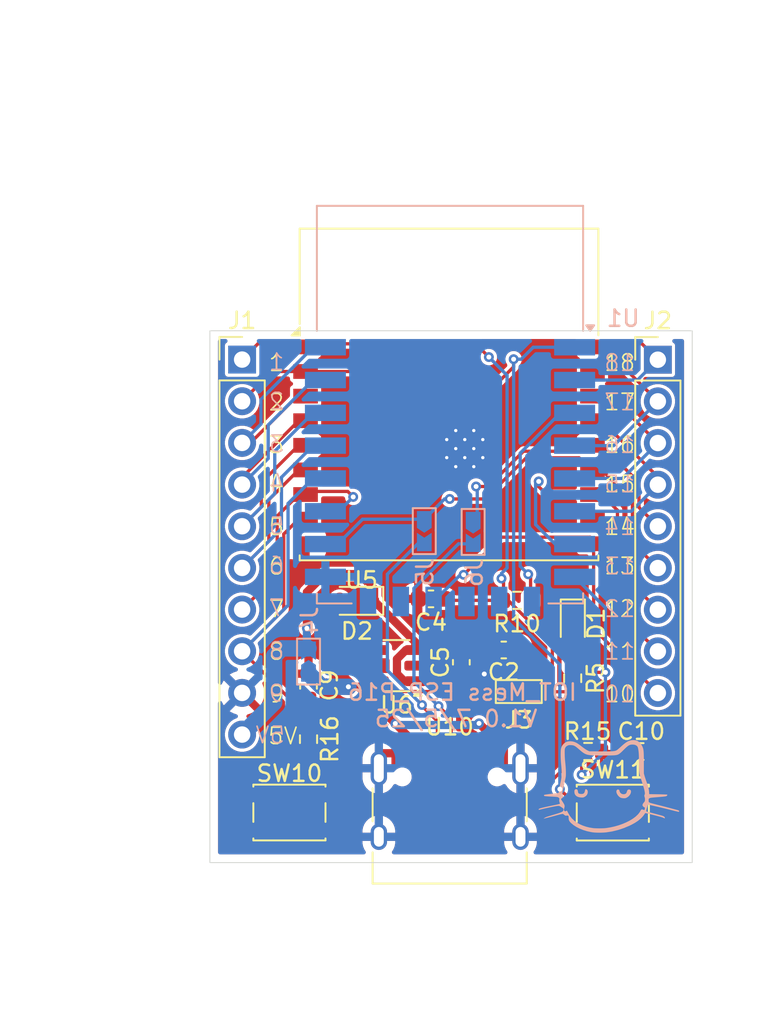
<source format=kicad_pcb>
(kicad_pcb (version 20241229) (generator "pcbnew") (generator_version "9.0")
  (layers (0 "F.Cu" signal) (2 "B.Cu" signal) (13 "F.Paste" user) (15 "B.Paste" user) (5 "F.SilkS" user "F.Silkscreen") (7 "B.SilkS" user "B.Silkscreen") (1 "F.Mask" user) (3 "B.Mask" user) (25 "Edge.Cuts" user))
  (net 0 "")
  (net 1 "5V")
  (net 2 "BOOT")
  (net 3 "Net-(D1-A)")
  (net 4 "Net-(D2-A)")
  (net 10 "D+")
  (net 11 "D-")
  (net 17 "P9")
  (net 18 "P16")
  (net 19 "P15")
  (net 20 "P1")
  (net 21 "P3")
  (net 22 "P4")
  (net 23 "P7")
  (net 24 "P2")
  (net 25 "Net-(U1-EN)")
  (net 26 "P10")
  (net 27 "P11")
  (net 28 "P18")
  (net 29 "P17")
  (net 30 "P12")
  (net 31 "P6")
  (net 32 "P5")
  (net 33 "Net-(J3-B)")
  (net 34 "P14")
  (net 35 "P13")
  (footprint "Resistor_SMD:R_0603_1608Metric" (layer "F.Cu") (at 139.22 98.7 180)
    (property "Reference" "R10" (at 0 -1.43 180) (layer "F.SilkS"))
    (property "Value" "10K")
    (pad "1" smd roundrect (at -0.825 0 180) (size 0.8 0.95) (layers "F.Cu" "F.Mask" "F.Paste") (net 25 "Net-(U1-EN)"))
    (pad "2" smd roundrect (at 0.825 0 180) (size 0.8 0.95) (layers "F.Cu" "F.Mask" "F.Paste") (net 20 "P1"))
  )
  (footprint "IOT-Mess-Footprints:Jumpper-triangle" (layer "F.Cu") (at 139.325001 104.26 180)
    (property "Reference" "J3" (at 0 -1.74 0) (layer "F.SilkS"))
    (property "Value" "Jumper_2")
    (pad "1" smd custom (at -0.724999 0 180) (size 0.3 0.3) (layers "F.Cu" "F.Mask") (net 20 "P1") (options (clearance outline) (anchor rect)) (primitives (gr_poly (pts (xy 0.825 0) (xy 0.525 0.45) (xy -0.5 0.45) (xy -0.5 -0.45) (xy 0.525 -0.45)) (width 0) (fill yes))))
    (pad "2" smd custom (at 0.724999 0 180) (size 0.3 0.3) (layers "F.Cu" "F.Mask") (net 33 "Net-(J3-B)") (options (clearance outline) (anchor rect)) (primitives (gr_poly (pts (xy 0.5 0.45) (xy -0.625 0.45) (xy -0.325 0) (xy -0.625 -0.45) (xy 0.5 -0.45)) (width 0) (fill yes))))
  )
  (footprint "Capacitor_SMD:C_0603_1608Metric" (layer "F.Cu") (at 135.82 102.475 -90)
    (property "Reference" "C5" (at 0 1.28 90) (layer "F.SilkS"))
    (property "Value" "1u")
    (pad "1" smd roundrect (at -0.775 0 270) (size 0.9 0.95) (layers "F.Cu" "F.Mask" "F.Paste") (net 1 "5V"))
    (pad "2" smd roundrect (at 0.775 0 270) (size 0.9 0.95) (layers "F.Cu" "F.Mask" "F.Paste") (net 17 "P9"))
  )
  (footprint "Package_TO_SOT_SMD:SOT-23-5" (layer "F.Cu") (at 131.87 102.68 180)
    (property "Reference" "U6" (at 0 -2.4 180) (layer "F.SilkS"))
    (property "Value" "ME6211C33M5")
    (pad "1" smd roundrect (at -1.1375 -0.949999 180) (size 1.325 0.6) (layers "F.Cu" "F.Mask" "F.Paste") (net 1 "5V"))
    (pad "2" smd roundrect (at -1.1375 0 180) (size 1.325 0.6) (layers "F.Cu" "F.Mask" "F.Paste") (net 17 "P9"))
    (pad "3" smd roundrect (at -1.1375 0.949999 180) (size 1.325 0.6) (layers "F.Cu" "F.Mask" "F.Paste") (net 1 "5V"))
    (pad "4" smd roundrect (at 1.1375 0.949999 180) (size 1.325 0.6) (layers "F.Cu" "F.Mask" "F.Paste"))
    (pad "5" smd roundrect (at 1.1375 -0.949999 180) (size 1.325 0.6) (layers "F.Cu" "F.Mask" "F.Paste") (net 33 "Net-(J3-B)"))
  )
  (footprint "Button_Switch_SMD:SW_SPST_PTS810" (layer "F.Cu") (at 125.334999 111.634998)
    (property "Reference" "SW10" (at 0 -2.384998 0) (layer "F.SilkS"))
    (property "Value" "SW_Push")
    (pad "1" smd rect (at -2.075 -1.075) (size 1.05 0.65) (layers "F.Cu" "F.Mask" "F.Paste") (net 2 "BOOT"))
    (pad "1" smd rect (at 2.075 -1.075) (size 1.05 0.65) (layers "F.Cu" "F.Mask" "F.Paste") (net 2 "BOOT"))
    (pad "2" smd rect (at -2.075 1.075) (size 1.05 0.65) (layers "F.Cu" "F.Mask" "F.Paste") (net 17 "P9"))
    (pad "2" smd rect (at 2.075 1.075) (size 1.05 0.65) (layers "F.Cu" "F.Mask" "F.Paste") (net 17 "P9"))
  )
  (footprint "Capacitor_SMD:C_0603_1608Metric" (layer "F.Cu") (at 146.795 107.915)
    (property "Reference" "C10" (at 0 -1.225 0) (layer "F.SilkS"))
    (property "Value" ".1u")
    (pad "1" smd roundrect (at -0.775 0) (size 0.9 0.95) (layers "F.Cu" "F.Mask" "F.Paste") (net 24 "P2"))
    (pad "2" smd roundrect (at 0.775 0) (size 0.9 0.95) (layers "F.Cu" "F.Mask" "F.Paste") (net 17 "P9"))
  )
  (footprint "Connector_USB:USB_C_Receptacle_HRO_TYPE-C-31-M-12" (layer "F.Cu") (at 135.109249 112.065427)
    (property "Reference" "U10" (at 0 -5.645 0) (layer "F.SilkS"))
    (property "Value" "USB_C_Receptacle_USB2.0_16P")
    (pad "" np_thru_hole circle (at -2.89 -2.6) (size 0.65 0.65) (drill 0.65) (layers "*.Cu" "*.Mask"))
    (pad "" np_thru_hole circle (at 2.89 -2.6) (size 0.65 0.65) (drill 0.65) (layers "*.Cu" "*.Mask"))
    (pad "A1" smd rect (at -3.25 -4.045) (size 0.6 1.45) (layers "F.Cu" "F.Mask" "F.Paste") (net 17 "P9"))
    (pad "A4" smd rect (at -2.45 -4.045) (size 0.6 1.45) (layers "F.Cu" "F.Mask" "F.Paste") (net 4 "Net-(D2-A)"))
    (pad "A5" smd rect (at -1.25 -4.045) (size 0.3 1.45) (layers "F.Cu" "F.Mask" "F.Paste"))
    (pad "A6" smd rect (at -0.25 -4.045) (size 0.3 1.45) (layers "F.Cu" "F.Mask" "F.Paste") (net 10 "D+"))
    (pad "A7" smd rect (at 0.25 -4.045) (size 0.3 1.45) (layers "F.Cu" "F.Mask" "F.Paste") (net 11 "D-"))
    (pad "A8" smd rect (at 1.25 -4.045) (size 0.3 1.45) (layers "F.Cu" "F.Mask" "F.Paste"))
    (pad "A9" smd rect (at 2.45 -4.045) (size 0.6 1.45) (layers "F.Cu" "F.Mask" "F.Paste") (net 4 "Net-(D2-A)"))
    (pad "A12" smd rect (at 3.25 -4.045) (size 0.6 1.45) (layers "F.Cu" "F.Mask" "F.Paste") (net 17 "P9"))
    (pad "B1" smd rect (at 3.25 -4.045) (size 0.6 1.45) (layers "F.Cu" "F.Mask" "F.Paste") (net 17 "P9"))
    (pad "B4" smd rect (at 2.45 -4.045) (size 0.6 1.45) (layers "F.Cu" "F.Mask" "F.Paste") (net 4 "Net-(D2-A)"))
    (pad "B5" smd rect (at 1.75 -4.045) (size 0.3 1.45) (layers "F.Cu" "F.Mask" "F.Paste"))
    (pad "B6" smd rect (at 0.75 -4.045) (size 0.3 1.45) (layers "F.Cu" "F.Mask" "F.Paste") (net 10 "D+"))
    (pad "B7" smd rect (at -0.75 -4.045) (size 0.3 1.45) (layers "F.Cu" "F.Mask" "F.Paste") (net 11 "D-"))
    (pad "B8" smd rect (at -1.75 -4.045) (size 0.3 1.45) (layers "F.Cu" "F.Mask" "F.Paste"))
    (pad "B9" smd rect (at -2.45 -4.045) (size 0.6 1.45) (layers "F.Cu" "F.Mask" "F.Paste") (net 4 "Net-(D2-A)"))
    (pad "B12" smd rect (at -3.25 -4.045) (size 0.6 1.45) (layers "F.Cu" "F.Mask" "F.Paste") (net 17 "P9"))
    (pad "S1" thru_hole oval (at -4.32 -3.13) (size 1 2.1) (drill oval 0.6 1.7) (property pad_prop_heatsink) (layers "*.Cu" "*.Mask") (net 17 "P9"))
    (pad "S1" thru_hole oval (at -4.32 1.05) (size 1 1.6) (drill oval 0.6 1.2) (property pad_prop_heatsink) (layers "*.Cu" "*.Mask") (net 17 "P9"))
    (pad "S1" thru_hole oval (at 4.32 -3.13) (size 1 2.1) (drill oval 0.6 1.7) (property pad_prop_heatsink) (layers "*.Cu" "*.Mask") (net 17 "P9"))
    (pad "S1" thru_hole oval (at 4.32 1.05) (size 1 1.6) (drill oval 0.6 1.2) (property pad_prop_heatsink) (layers "*.Cu" "*.Mask") (net 17 "P9"))
  )
  (footprint "Capacitor_SMD:C_0603_1608Metric" (layer "F.Cu") (at 126.500002 103.947498 90)
    (property "Reference" "C9" (at 0.067017 1.269519 90) (layer "F.SilkS"))
    (property "Value" ".1u")
    (pad "1" smd roundrect (at -0.775 0 90) (size 0.9 0.95) (layers "F.Cu" "F.Mask" "F.Paste") (net 2 "BOOT"))
    (pad "2" smd roundrect (at 0.775 0 90) (size 0.9 0.95) (layers "F.Cu" "F.Mask" "F.Paste") (net 17 "P9"))
  )
  (footprint "Resistor_SMD:R_0603_1608Metric" (layer "F.Cu") (at 143.55 107.915 180)
    (property "Reference" "R15" (at 0.03 1.225 0) (layer "F.SilkS"))
    (property "Value" "10K")
    (pad "1" smd roundrect (at -0.825 0 180) (size 0.8 0.95) (layers "F.Cu" "F.Mask" "F.Paste") (net 24 "P2"))
    (pad "2" smd roundrect (at 0.825 0 180) (size 0.8 0.95) (layers "F.Cu" "F.Mask" "F.Paste") (net 20 "P1"))
  )
  (footprint "Resistor_SMD:R_0603_1608Metric" (layer "F.Cu") (at 126.500001 107.162498 -90)
    (property "Reference" "R16" (at -0.002018 -1.299519 90) (layer "F.SilkS"))
    (property "Value" "10K")
    (pad "1" smd roundrect (at -0.825 0 270) (size 0.8 0.95) (layers "F.Cu" "F.Mask" "F.Paste") (net 2 "BOOT"))
    (pad "2" smd roundrect (at 0.825 0 270) (size 0.8 0.95) (layers "F.Cu" "F.Mask" "F.Paste") (net 20 "P1"))
  )
  (footprint "Connector_PinHeader_2.54mm:PinHeader_1x10_P2.54mm_Vertical" (layer "F.Cu") (at 122.45 84.022844)
    (property "Reference" "J1" (at 0 -2.38 0) (layer "F.SilkS"))
    (property "Value" "Conn_01x10_Pin")
    (pad "1" thru_hole rect (at 0 0) (size 1.7 1.7) (drill 1) (layers "*.Cu" "*.Mask") (net 20 "P1"))
    (pad "2" thru_hole circle (at 0 2.54) (size 1.7 1.7) (drill 1) (layers "*.Cu" "*.Mask") (net 24 "P2"))
    (pad "3" thru_hole circle (at 0 5.08) (size 1.7 1.7) (drill 1) (layers "*.Cu" "*.Mask") (net 21 "P3"))
    (pad "4" thru_hole circle (at 0 7.62) (size 1.7 1.7) (drill 1) (layers "*.Cu" "*.Mask") (net 22 "P4"))
    (pad "5" thru_hole circle (at 0 10.16) (size 1.7 1.7) (drill 1) (layers "*.Cu" "*.Mask") (net 32 "P5"))
    (pad "6" thru_hole circle (at 0 12.7) (size 1.7 1.7) (drill 1) (layers "*.Cu" "*.Mask") (net 31 "P6"))
    (pad "7" thru_hole circle (at 0 15.24) (size 1.7 1.7) (drill 1) (layers "*.Cu" "*.Mask") (net 23 "P7"))
    (pad "8" thru_hole circle (at 0 17.78) (size 1.7 1.7) (drill 1) (layers "*.Cu" "*.Mask") (net 2 "BOOT"))
    (pad "9" thru_hole circle (at 0 20.32) (size 1.7 1.7) (drill 1) (layers "*.Cu" "*.Mask") (net 17 "P9"))
    (pad "10" thru_hole circle (at 0 22.86) (size 1.7 1.7) (drill 1) (layers "*.Cu" "*.Mask") (net 1 "5V"))
  )
  (footprint "Diode_SMD:D_SOD-323" (layer "F.Cu") (at 129.45 98.73 180)
    (property "Reference" "D2" (at 0 -1.850001 0) (layer "F.SilkS"))
    (property "Value" "1N5819WS")
    (pad "1" smd roundrect (at -1.05 0 180) (size 0.6 0.45) (layers "F.Cu" "F.Mask" "F.Paste") (net 1 "5V"))
    (pad "2" smd roundrect (at 1.05 0 180) (size 0.6 0.45) (layers "F.Cu" "F.Mask" "F.Paste") (net 4 "Net-(D2-A)"))
  )
  (footprint "Button_Switch_SMD:SW_SPST_PTS810" (layer "F.Cu") (at 145.06 111.64)
    (property "Reference" "SW11" (at 0 -2.600001 0) (layer "F.SilkS"))
    (property "Value" "SW_Push")
    (pad "1" smd rect (at -2.075 -1.075) (size 1.05 0.65) (layers "F.Cu" "F.Mask" "F.Paste") (net 24 "P2"))
    (pad "1" smd rect (at 2.075 -1.075) (size 1.05 0.65) (layers "F.Cu" "F.Mask" "F.Paste") (net 24 "P2"))
    (pad "2" smd rect (at -2.075 1.075) (size 1.05 0.65) (layers "F.Cu" "F.Mask" "F.Paste") (net 17 "P9"))
    (pad "2" smd rect (at 2.075 1.075) (size 1.05 0.65) (layers "F.Cu" "F.Mask" "F.Paste") (net 17 "P9"))
  )
  (footprint "RF_Module:ESP32-C3-WROOM-02" (layer "F.Cu") (at 135.07 89.25)
    (property "Reference" "U5" (at -5.34 8.22 180) (layer "F.SilkS"))
    (property "Value" "ESP32-C3-WROOM-02")
    (pad "1" smd rect (at -8.75 -6) (size 1.5 0.9) (layers "F.Cu" "F.Mask" "F.Paste") (net 20 "P1"))
    (pad "2" smd rect (at -8.75 -4.5) (size 1.5 0.9) (layers "F.Cu" "F.Mask" "F.Paste") (net 24 "P2"))
    (pad "3" smd rect (at -8.75 -3) (size 1.5 0.9) (layers "F.Cu" "F.Mask" "F.Paste") (net 21 "P3"))
    (pad "4" smd rect (at -8.75 -1.5) (size 1.5 0.9) (layers "F.Cu" "F.Mask" "F.Paste") (net 22 "P4"))
    (pad "5" smd rect (at -8.75 0) (size 1.5 0.9) (layers "F.Cu" "F.Mask" "F.Paste") (net 32 "P5"))
    (pad "6" smd rect (at -8.75 1.5) (size 1.5 0.9) (layers "F.Cu" "F.Mask" "F.Paste") (net 31 "P6"))
    (pad "7" smd rect (at -8.75 3) (size 1.5 0.9) (layers "F.Cu" "F.Mask" "F.Paste") (net 23 "P7"))
    (pad "8" smd rect (at -8.75 4.5) (size 1.5 0.9) (layers "F.Cu" "F.Mask" "F.Paste") (net 2 "BOOT"))
    (pad "9" smd rect (at -8.75 6) (size 1.5 0.9) (layers "F.Cu" "F.Mask" "F.Paste") (net 17 "P9"))
    (pad "10" smd rect (at 8.75 6) (size 1.5 0.9) (layers "F.Cu" "F.Mask" "F.Paste") (net 26 "P10"))
    (pad "11" smd rect (at 8.75 4.5) (size 1.5 0.9) (layers "F.Cu" "F.Mask" "F.Paste") (net 27 "P11"))
    (pad "12" smd rect (at 8.75 3) (size 1.5 0.9) (layers "F.Cu" "F.Mask" "F.Paste") (net 30 "P12"))
    (pad "13" smd rect (at 8.75 1.5) (size 1.5 0.9) (layers "F.Cu" "F.Mask" "F.Paste") (net 35 "P13"))
    (pad "14" smd rect (at 8.75 0) (size 1.5 0.9) (layers "F.Cu" "F.Mask" "F.Paste") (net 34 "P14"))
    (pad "15" smd rect (at 8.75 -1.5) (size 1.5 0.9) (layers "F.Cu" "F.Mask" "F.Paste") (net 19 "P15"))
    (pad "16" smd rect (at 8.75 -3) (size 1.5 0.9) (layers "F.Cu" "F.Mask" "F.Paste") (net 18 "P16"))
    (pad "17" smd rect (at 8.75 -4.5) (size 1.5 0.9) (layers "F.Cu" "F.Mask" "F.Paste") (net 29 "P17"))
    (pad "18" smd rect (at 8.75 -6) (size 1.5 0.9) (layers "F.Cu" "F.Mask" "F.Paste") (net 28 "P18"))
    (pad "19" thru_hole circle (at -0.14 -0.349999) (size 0.6 0.6) (drill 0.2) (property pad_prop_heatsink) (layers "*.Cu" "F.Mask") (net 17 "P9"))
    (pad "19" thru_hole circle (at -0.14 0.75) (size 0.6 0.6) (drill 0.2) (property pad_prop_heatsink) (layers "*.Cu" "F.Mask") (net 17 "P9"))
    (pad "19" thru_hole circle (at 0.41 -0.9) (size 0.6 0.6) (drill 0.2) (property pad_prop_heatsink) (layers "*.Cu" "F.Mask") (net 17 "P9"))
    (pad "19" thru_hole circle (at 0.41 0.2) (size 0.6 0.6) (drill 0.2) (property pad_prop_heatsink) (layers "*.Cu" "F.Mask") (net 17 "P9"))
    (pad "19" thru_hole circle (at 0.41 1.3) (size 0.6 0.6) (drill 0.2) (property pad_prop_heatsink) (layers "*.Cu" "F.Mask") (net 17 "P9"))
    (pad "19" thru_hole circle (at 0.96 -0.35) (size 0.6 0.6) (drill 0.2) (property pad_prop_heatsink) (layers "*.Cu" "F.Mask") (net 17 "P9"))
    (pad "19" smd rect (at 0.96 0.2) (size 2.9 2.9) (property pad_prop_heatsink) (layers "F.Cu" "F.Mask") (net 17 "P9"))
    (pad "19" thru_hole circle (at 0.96 0.750001) (size 0.6 0.6) (drill 0.2) (property pad_prop_heatsink) (layers "*.Cu" "F.Mask") (net 17 "P9"))
    (pad "19" thru_hole circle (at 1.51 -0.9) (size 0.6 0.6) (drill 0.2) (property pad_prop_heatsink) (layers "*.Cu" "F.Mask") (net 17 "P9"))
    (pad "19" thru_hole circle (at 1.51 0.2) (size 0.6 0.6) (drill 0.2) (property pad_prop_heatsink) (layers "*.Cu" "F.Mask") (net 17 "P9"))
    (pad "19" thru_hole circle (at 1.51 1.3) (size 0.6 0.6) (drill 0.2) (property pad_prop_heatsink) (layers "*.Cu" "F.Mask") (net 17 "P9"))
    (pad "19" thru_hole circle (at 2.06 -0.349999) (size 0.6 0.6) (drill 0.2) (property pad_prop_heatsink) (layers "*.Cu" "F.Mask") (net 17 "P9"))
    (pad "19" thru_hole circle (at 2.06 0.75) (size 0.6 0.6) (drill 0.2) (property pad_prop_heatsink) (layers "*.Cu" "F.Mask") (net 17 "P9"))
  )
  (footprint "Capacitor_SMD:C_0603_1608Metric" (layer "F.Cu") (at 138.407499 101.725)
    (property "Reference" "C2" (at 0 1.355 180) (layer "F.SilkS"))
    (property "Value" "10u")
    (pad "1" smd roundrect (at -0.775 0) (size 0.9 0.95) (layers "F.Cu" "F.Mask" "F.Paste") (net 1 "5V"))
    (pad "2" smd roundrect (at 0.775 0) (size 0.9 0.95) (layers "F.Cu" "F.Mask" "F.Paste") (net 17 "P9"))
  )
  (footprint "Connector_PinHeader_2.54mm:PinHeader_1x09_P2.54mm_Vertical" (layer "F.Cu") (at 147.80677 84.03)
    (property "Reference" "J2" (at 0 -2.38 0) (layer "F.SilkS"))
    (property "Value" "Conn_01x09_Pin")
    (pad "1" thru_hole rect (at 0 0) (size 1.7 1.7) (drill 1) (layers "*.Cu" "*.Mask") (net 28 "P18"))
    (pad "2" thru_hole circle (at 0 2.54) (size 1.7 1.7) (drill 1) (layers "*.Cu" "*.Mask") (net 29 "P17"))
    (pad "3" thru_hole circle (at 0 5.079999) (size 1.7 1.7) (drill 1) (layers "*.Cu" "*.Mask") (net 18 "P16"))
    (pad "4" thru_hole circle (at 0 7.62) (size 1.7 1.7) (drill 1) (layers "*.Cu" "*.Mask") (net 19 "P15"))
    (pad "5" thru_hole circle (at 0 10.16) (size 1.7 1.7) (drill 1) (layers "*.Cu" "*.Mask") (net 34 "P14"))
    (pad "6" thru_hole circle (at 0 12.7) (size 1.7 1.7) (drill 1) (layers "*.Cu" "*.Mask") (net 35 "P13"))
    (pad "7" thru_hole circle (at 0 15.24) (size 1.7 1.7) (drill 1) (layers "*.Cu" "*.Mask") (net 30 "P12"))
    (pad "8" thru_hole circle (at 0 17.780001) (size 1.7 1.7) (drill 1) (layers "*.Cu" "*.Mask") (net 27 "P11"))
    (pad "9" thru_hole circle (at 0 20.32) (size 1.7 1.7) (drill 1) (layers "*.Cu" "*.Mask") (net 26 "P10"))
  )
  (footprint "Resistor_SMD:R_0603_1608Metric" (layer "F.Cu") (at 142.609999 103.447499 90)
    (property "Reference" "R5" (at 0 1.400001 90) (layer "F.SilkS"))
    (property "Value" "R")
    (pad "1" smd roundrect (at -0.825 0 90) (size 0.8 0.95) (layers "F.Cu" "F.Mask" "F.Paste") (net 20 "P1"))
    (pad "2" smd roundrect (at 0.825 0 90) (size 0.8 0.95) (layers "F.Cu" "F.Mask" "F.Paste") (net 3 "Net-(D1-A)"))
  )
  (footprint "LED_SMD:LED_0603_1608Metric" (layer "F.Cu") (at 142.62 100.132499 -90)
    (property "Reference" "D1" (at 0 -1.43 90) (layer "F.SilkS"))
    (property "Value" "LED")
    (pad "1" smd roundrect (at -0.787501 0 270) (size 0.875 0.95) (layers "F.Cu" "F.Mask" "F.Paste") (net 17 "P9"))
    (pad "2" smd roundrect (at 0.787501 0 270) (size 0.875 0.95) (layers "F.Cu" "F.Mask" "F.Paste") (net 3 "Net-(D1-A)"))
  )
  (footprint "Capacitor_SMD:C_0603_1608Metric" (layer "F.Cu") (at 133.97 98.61 180)
    (property "Reference" "C4" (at 0 -1.43 0) (layer "F.SilkS"))
    (property "Value" "1u")
    (pad "1" smd roundrect (at -0.775 0 180) (size 0.9 0.95) (layers "F.Cu" "F.Mask" "F.Paste") (net 20 "P1"))
    (pad "2" smd roundrect (at 0.775 0 180) (size 0.9 0.95) (layers "F.Cu" "F.Mask" "F.Paste") (net 17 "P9"))
  )
  (footprint "IOT-Mess-Footprints:catIcon8x8" (layer "B.Cu") (at 144.67826 110.023982 180)
    (property "Reference" "G***" (hide yes))
    (property "Value" "LOGO" (hide yes))
  )
  (footprint "RF_Module:ESP-12E" (layer "B.Cu") (at 135.13 86.77 180)
    (property "Reference" "U1" (at -10.56 5.26 0) (layer "B.SilkS") (effects (justify mirror)))
    (property "Value" "ESP-12F")
    (pad "1" smd rect (at -7.6 3.5 180) (size 2.5 1) (layers "B.Cu" "B.Mask" "B.Paste") (net 24 "P2"))
    (pad "2" smd rect (at -7.6 1.5 180) (size 2.5 1) (layers "B.Cu" "B.Mask" "B.Paste") (net 28 "P18"))
    (pad "3" smd rect (at -7.6 -0.5 180) (size 2.5 1) (layers "B.Cu" "B.Mask" "B.Paste") (net 25 "Net-(U1-EN)"))
    (pad "4" smd rect (at -7.6 -2.499999 180) (size 2.5 1) (layers "B.Cu" "B.Mask" "B.Paste") (net 29 "P17"))
    (pad "5" smd rect (at -7.6 -4.5 180) (size 2.5 1) (layers "B.Cu" "B.Mask" "B.Paste") (net 18 "P16"))
    (pad "6" smd rect (at -7.6 -6.500001 180) (size 2.5 1) (layers "B.Cu" "B.Mask" "B.Paste") (net 19 "P15"))
    (pad "7" smd rect (at -7.6 -8.5 180) (size 2.5 1) (layers "B.Cu" "B.Mask" "B.Paste") (net 30 "P12"))
    (pad "8" smd rect (at -7.6 -10.5 180) (size 2.5 1) (layers "B.Cu" "B.Mask" "B.Paste") (net 20 "P1"))
    (pad "9" smd rect (at -5 -11.999999 180) (size 1 1.8) (layers "B.Cu" "B.Mask" "B.Paste"))
    (pad "10" smd rect (at -3 -12 180) (size 1 1.8) (layers "B.Cu" "B.Mask" "B.Paste"))
    (pad "11" smd rect (at -1 -12 180) (size 1 1.8) (layers "B.Cu" "B.Mask" "B.Paste"))
    (pad "12" smd rect (at 1 -12 180) (size 1 1.8) (layers "B.Cu" "B.Mask" "B.Paste") (net 26 "P10"))
    (pad "13" smd rect (at 3 -12 180) (size 1 1.8) (layers "B.Cu" "B.Mask" "B.Paste"))
    (pad "14" smd rect (at 5 -11.999999 180) (size 1 1.8) (layers "B.Cu" "B.Mask" "B.Paste"))
    (pad "15" smd rect (at 7.6 -10.5 180) (size 2.5 1) (layers "B.Cu" "B.Mask" "B.Paste") (net 17 "P9"))
    (pad "16" smd rect (at 7.6 -8.5 180) (size 2.5 1) (layers "B.Cu" "B.Mask" "B.Paste") (net 35 "P13"))
    (pad "17" smd rect (at 7.6 -6.500001 180) (size 2.5 1) (layers "B.Cu" "B.Mask" "B.Paste") (net 23 "P7"))
    (pad "18" smd rect (at 7.6 -4.5 180) (size 2.5 1) (layers "B.Cu" "B.Mask" "B.Paste") (net 2 "BOOT"))
    (pad "19" smd rect (at 7.6 -2.499999 180) (size 2.5 1) (layers "B.Cu" "B.Mask" "B.Paste") (net 31 "P6"))
    (pad "20" smd rect (at 7.6 -0.5 180) (size 2.5 1) (layers "B.Cu" "B.Mask" "B.Paste") (net 32 "P5"))
    (pad "21" smd rect (at 7.6 1.5 180) (size 2.5 1) (layers "B.Cu" "B.Mask" "B.Paste") (net 22 "P4"))
    (pad "22" smd rect (at 7.6 3.5 180) (size 2.5 1) (layers "B.Cu" "B.Mask" "B.Paste") (net 21 "P3"))
  )
  (footprint "IOT-Mess-Footprints:Jumpper-triangle" (layer "B.Cu") (at 126.5 102.434999 90)
    (property "Reference" "J4" (at 2.494999 0.06 90) (layer "B.SilkS") (effects (justify mirror)))
    (property "Value" "Jumper_2")
    (pad "1" smd custom (at -0.724999 0 90) (size 0.3 0.3) (layers "B.Cu" "B.Mask") (net 4 "Net-(D2-A)") (options (clearance outline) (anchor rect)) (primitives (gr_poly (pts (xy 0.825 0) (xy 0.525 -0.45) (xy -0.5 -0.45) (xy -0.5 0.45) (xy 0.525 0.45)) (width 0) (fill yes))))
    (pad "2" smd custom (at 0.724999 0 90) (size 0.3 0.3) (layers "B.Cu" "B.Mask") (net 1 "5V") (options (clearance outline) (anchor rect)) (primitives (gr_poly (pts (xy 0.5 -0.45) (xy -0.625 -0.45) (xy -0.325 0) (xy -0.625 0.45) (xy 0.5 0.45)) (width 0) (fill yes))))
  )
  (footprint "IOT-Mess-Footprints:Jumpper-triangle" (layer "B.Cu") (at 133.56 94.48 -90)
    (property "Reference" "J5" (at 2.5 -0.04 90) (layer "B.SilkS") (effects (justify mirror)))
    (property "Value" "Jumper_2")
    (pad "1" smd custom (at -0.724999 0 270) (size 0.3 0.3) (layers "B.Cu" "B.Mask") (net 35 "P13") (options (clearance outline) (anchor rect)) (primitives (gr_poly (pts (xy 0.825 0) (xy 0.525 -0.45) (xy -0.5 -0.45) (xy -0.5 0.45) (xy 0.525 0.45)) (width 0) (fill yes))))
    (pad "2" smd custom (at 0.724999 0 270) (size 0.3 0.3) (layers "B.Cu" "B.Mask") (net 11 "D-") (options (clearance outline) (anchor rect)) (primitives (gr_poly (pts (xy 0.5 -0.45) (xy -0.625 -0.45) (xy -0.325 0) (xy -0.625 0.45) (xy 0.5 0.45)) (width 0) (fill yes))))
  )
  (footprint "IOT-Mess-Footprints:Jumpper-triangle" (layer "B.Cu") (at 136.54 94.53 -90)
    (property "Reference" "J6" (at 2.5 -0.07 90) (layer "B.SilkS") (effects (justify mirror)))
    (property "Value" "Jumper_2")
    (pad "1" smd custom (at -0.724999 0 270) (size 0.3 0.3) (layers "B.Cu" "B.Mask") (net 34 "P14") (options (clearance outline) (anchor rect)) (primitives (gr_poly (pts (xy 0.825 0) (xy 0.525 -0.45) (xy -0.5 -0.45) (xy -0.5 0.45) (xy 0.525 0.45)) (width 0) (fill yes))))
    (pad "2" smd custom (at 0.724999 0 270) (size 0.3 0.3) (layers "B.Cu" "B.Mask") (net 10 "D+") (options (clearance outline) (anchor rect)) (primitives (gr_poly (pts (xy 0.5 -0.45) (xy -0.625 -0.45) (xy -0.325 0) (xy -0.625 0.45) (xy 0.5 0.45)) (width 0) (fill yes))))
  )
  (gr_poly (pts (xy 149.903231 114.687157) (xy 120.483231 114.687156) (xy 120.48323 82.267156) (xy 149.903231 82.267156)) (stroke (width 0.05)) (fill no) (layer "Edge.Cuts"))
  (gr_text "17" (at 144.463419 87.198099 0) (layer "F.SilkS") (effects (font (size 1 1) (thickness 0.1)) (justify left bottom)))
  (gr_text "16" (at 144.463419 89.7981 0) (layer "F.SilkS") (effects (font (size 1 1) (thickness 0.1)) (justify left bottom)))
  (gr_text "3" (at 124.000002 89.809998 0) (layer "F.SilkS") (effects (font (size 1 1) (thickness 0.1)) (justify left bottom)))
  (gr_text "5V" (at 123.958694 107.558295 0) (layer "F.SilkS") (effects (font (size 1 1) (thickness 0.1)) (justify left bottom)))
  (gr_text "12" (at 144.463419 99.7981 0) (layer "F.SilkS") (effects (font (size 1 1) (thickness 0.1)) (justify left bottom)))
  (gr_text "14" (at 144.463419 94.7981 0) (layer "F.SilkS") (effects (font (size 1 1) (thickness 0.1)) (justify left bottom)))
  (gr_text "2" (at 124 87.209998 0) (layer "F.SilkS") (effects (font (size 1 1) (thickness 0.1)) (justify left bottom)))
  (gr_text "18" (at 144.463419 84.7981 0) (layer "F.SilkS") (effects (font (size 1 1) (thickness 0.1)) (justify left bottom)))
  (gr_text "8" (at 124 102.409998 0) (layer "F.SilkS") (effects (font (size 1 1) (thickness 0.1)) (justify left bottom)))
  (gr_text "4" (at 124.000002 92.209999 0) (layer "F.SilkS") (effects (font (size 1 1) (thickness 0.1)) (justify left bottom)))
  (gr_text "6" (at 124.000002 97.209999 0) (layer "F.SilkS") (effects (font (size 1 1) (thickness 0.1)) (justify left bottom)))
  (gr_text "9" (at 124.000002 105.009999 0) (layer "F.SilkS") (effects (font (size 1 1) (thickness 0.1)) (justify left bottom)))
  (gr_text "13" (at 144.463419 97.1981 0) (layer "F.SilkS") (effects (font (size 1 1) (thickness 0.1)) (justify left bottom)))
  (gr_text "15" (at 144.463419 92.1981 0) (layer "F.SilkS") (effects (font (size 1 1) (thickness 0.1)) (justify left bottom)))
  (gr_text "11" (at 144.463419 102.398099 0) (layer "F.SilkS") (effects (font (size 1 1) (thickness 0.1)) (justify left bottom)))
  (gr_text "5" (at 124.000002 94.809998 0) (layer "F.SilkS") (effects (font (size 1 1) (thickness 0.1)) (justify left bottom)))
  (gr_text "1" (at 124.000002 84.809999 0) (layer "F.SilkS") (effects (font (size 1 1) (thickness 0.1)) (justify left bottom)))
  (gr_text "10" (at 144.463419 104.9981 0) (layer "F.SilkS") (effects (font (size 1 1) (thickness 0.1)) (justify left bottom)))
  (gr_text "7" (at 124.000002 99.809999 0) (layer "F.SilkS") (effects (font (size 1 1) (thickness 0.1)) (justify left bottom)))
  (gr_text "9" (at 125.097009 104.95 0) (layer "B.SilkS") (effects (font (size 1 1) (thickness 0.1)) (justify left bottom mirror)))
  (gr_text "3" (at 125.097009 89.749998 0) (layer "B.SilkS") (effects (font (size 1 1) (thickness 0.1)) (justify left bottom mirror)))
  (gr_text "2" (at 125.097011 87.149999 0) (layer "B.SilkS") (effects (font (size 1 1) (thickness 0.1)) (justify left bottom mirror)))
  (gr_text "8" (at 125.09701 102.349999 0) (layer "B.SilkS") (effects (font (size 1 1) (thickness 0.1)) (justify left bottom mirror)))
  (gr_text "14" (at 146.5 94.8 0) (layer "B.SilkS") (effects (font (size 1 1) (thickness 0.1)) (justify left bottom mirror)))
  (gr_text "15" (at 146.5 92.2 0) (layer "B.SilkS") (effects (font (size 1 1) (thickness 0.1)) (justify left bottom mirror)))
  (gr_text "17" (at 146.5 87.2 0) (layer "B.SilkS") (effects (font (size 1 1) (thickness 0.1)) (justify left bottom mirror)))
  (gr_text "10" (at 146.5 105 0) (layer "B.SilkS") (effects (font (size 1 1) (thickness 0.1)) (justify left bottom mirror)))
  (gr_text "16" (at 146.5 89.8 0) (layer "B.SilkS") (effects (font (size 1 1) (thickness 0.1)) (justify left bottom mirror)))
  (gr_text "5" (at 125.097009 94.749998 0) (layer "B.SilkS") (effects (font (size 1 1) (thickness 0.1)) (justify left bottom mirror)))
  (gr_text "6" (at 125.097009 97.149999 0) (layer "B.SilkS") (effects (font (size 1 1) (thickness 0.1)) (justify left bottom mirror)))
  (gr_text "7" (at 125.097009 99.75 0) (layer "B.SilkS") (effects (font (size 1 1) (thickness 0.1)) (justify left bottom mirror)))
  (gr_text "12" (at 146.5 99.8 0) (layer "B.SilkS") (effects (font (size 1 1) (thickness 0.1)) (justify left bottom mirror)))
  (gr_text "1" (at 125.097009 84.75 0) (layer "B.SilkS") (effects (font (size 1 1) (thickness 0.1)) (justify left bottom mirror)))
  (gr_text "11" (at 146.5 102.4 0) (layer "B.SilkS") (effects (font (size 1 1) (thickness 0.1)) (justify left bottom mirror)))
  (gr_text "18" (at 146.5 84.8 0) (layer "B.SilkS") (effects (font (size 1 1) (thickness 0.1)) (justify left bottom mirror)))
  (gr_text "4" (at 125.097009 92.149999 0) (layer "B.SilkS") (effects (font (size 1 1) (thickness 0.1)) (justify left bottom mirror)))
  (gr_text "IOT_Mess ESP_P16 \nV1.0 7/5/25\n" (at 135.5 106.5 0) (layer "B.SilkS") (effects (font (size 1 1)) (justify bottom mirror)))
  (gr_text "5V" (at 125.138317 107.498296 0) (layer "B.SilkS") (effects (font (size 1 1) (thickness 0.1)) (justify left bottom mirror)))
  (gr_text "13" (at 146.5 97.2 0) (layer "B.SilkS") (effects (font (size 1 1) (thickness 0.1)) (justify left bottom mirror)))
  (segment (start 133.0075 101.730001) (end 132.440899 101.730001) (width 0.5) (layer "F.Cu") (net 1))
  (segment (start 132.345001 103.629999) (end 133.0075 103.629999) (width 0.5) (layer "F.Cu") (net 1))
  (segment (start 127.5 97.1) (end 126.4 98.2) (width 0.5) (layer "F.Cu") (net 1))
  (segment (start 136.8 101.7) (end 137.607499 101.7) (width 1) (layer "F.Cu") (net 1))
  (segment (start 129.6 97.1) (end 127.5 97.1) (width 0.5) (layer "F.Cu") (net 1))
  (segment (start 132.440899 101.730001) (end 131.894 102.2769) (width 0.5) (layer "F.Cu") (net 1))
  (segment (start 135.82 101.7) (end 136.8 101.7) (width 1) (layer "F.Cu") (net 1))
  (segment (start 133.0075 101.2375) (end 130.5 98.73) (width 0.5) (layer "F.Cu") (net 1))
  (segment (start 126.4 98.2) (end 126.4 100.4) (width 0.5) (layer "F.Cu") (net 1))
  (segment (start 137.607499 101.7) (end 137.632499 101.725) (width 1) (layer "F.Cu") (net 1))
  (segment (start 131.894 102.2769) (end 131.894 103.178998) (width 0.5) (layer "F.Cu") (net 1))
  (segment (start 131.894 103.178998) (end 132.345001 103.629999) (width 0.5) (layer "F.Cu") (net 1))
  (segment (start 130.5 98.73) (end 130.5 98) (width 0.5) (layer "F.Cu") (net 1))
  (segment (start 133.0075 101.730001) (end 133.0075 101.2375) (width 0.5) (layer "F.Cu") (net 1))
  (segment (start 130.5 98) (end 129.6 97.1) (width 0.5) (layer "F.Cu") (net 1))
  (segment (start 133.0075 101.730001) (end 136.769999 101.730001) (width 0.5) (layer "F.Cu") (net 1))
  (segment (start 136.769999 101.730001) (end 136.8 101.7) (width 0.5) (layer "F.Cu") (net 1))
  (via (at 126.4 100.4) (size 0.6) (drill 0.3) (layers "F.Cu" "B.Cu") (net 1))
  (segment (start 124.4 104.932844) (end 124.4 102.1) (width 1) (layer "B.Cu") (net 1))
  (segment (start 124.870905 101.629095) (end 126.5 101.629095) (width 1) (layer "B.Cu") (net 1))
  (segment (start 126.4 101.61) (end 126.5 101.71) (width 0.5) (layer "B.Cu") (net 1))
  (segment (start 126.4 100.4) (end 126.4 101.61) (width 0.5) (layer "B.Cu") (net 1))
  (segment (start 122.45 106.882844) (end 124.4 104.932844) (width 1) (layer "B.Cu") (net 1))
  (segment (start 124.4 102.1) (end 124.870905 101.629095) (width 1) (layer "B.Cu") (net 1))
  (segment (start 124.991 94.657) (end 124.991 99.261845) (width 0.2) (layer "F.Cu") (net 2))
  (segment (start 126.500001 104.722501) (end 126.499999 106.337499) (width 0.2) (layer "F.Cu") (net 2))
  (segment (start 125.369654 104.722498) (end 126.500002 104.722498) (width 0.2) (layer "F.Cu") (net 2))
  (segment (start 127.41 110.559998) (end 123.259999 110.559997) (width 0.2) (layer "F.Cu") (net 2))
  (segment (start 125.369654 108.519653) (end 125.369654 104.722498) (width 0.2) (layer "F.Cu") (net 2))
  (segment (start 127.409999 110.559998) (end 125.369654 108.519653) (width 0.2) (layer "F.Cu") (net 2))
  (segment (start 126.087999 93.560001) (end 124.991 94.657) (width 0.2) (layer "F.Cu") (net 2))
  (segment (start 124.991 99.261845) (end 122.45 101.802845) (width 0.2) (layer "F.Cu") (net 2))
  (segment (start 122.45 101.802844) (end 125.369654 104.722498) (width 0.2) (layer "F.Cu") (net 2))
  (segment (start 126.389999 93.560001) (end 126.087999 93.560001) (width 0.2) (layer "F.Cu") (net 2))
  (segment (start 125.251 92.799) (end 125.251 99.001845) (width 0.2) (layer "B.Cu") (net 2))
  (segment (start 126.78 91.27) (end 125.251 92.799) (width 0.2) (layer "B.Cu") (net 2))
  (segment (start 127.53 91.27) (end 126.78 91.27) (width 0.2) (layer "B.Cu") (net 2))
  (segment (start 125.251 99.001845) (end 122.45 101.802845) (width 0.2) (layer "B.Cu") (net 2))
  (segment (start 142.62 102.612499) (end 142.61 102.622499) (width 0.2) (layer "F.Cu") (net 3))
  (segment (start 142.619999 100.919999) (end 142.62 102.612499) (width 0.2) (layer "F.Cu") (net 3))
  (segment (start 129.555901 103.97) (end 128.93 103.97) (width 0.5) (layer "F.Cu") (net 4))
  (segment (start 137.559249 106.859249) (end 136.9 106.2) (width 0.5) (layer "F.Cu") (net 4))
  (segment (start 128.4 103.44) (end 128.93 103.97) (width 1) (layer "F.Cu") (net 4))
  (segment (start 131.792951 106.207049) (end 129.555901 103.97) (width 0.5) (layer "F.Cu") (net 4))
  (segment (start 132.659249 107.073348) (end 131.792951 106.207049) (width 0.5) (layer "F.Cu") (net 4))
  (segment (start 137.559249 108.020427) (end 137.559249 106.859249) (width 0.5) (layer "F.Cu") (net 4))
  (segment (start 128.4 98.73) (end 128.4 103.44) (width 1) (layer "F.Cu") (net 4))
  (segment (start 132.659249 108.020427) (end 132.659249 107.073348) (width 0.5) (layer "F.Cu") (net 4))
  (via (at 131.792951 106.207049) (size 0.6) (drill 0.3) (layers "F.Cu" "B.Cu") (net 4))
  (via (at 128.93 103.97) (size 0.6) (drill 0.3) (layers "F.Cu" "B.Cu") (net 4))
  (via (at 136.9 106.2) (size 0.6) (drill 0.3) (layers "F.Cu" "B.Cu") (net 4))
  (segment (start 126.5 103.159998) (end 127.310002 103.97) (width 1) (layer "B.Cu") (net 4))
  (segment (start 131.885902 106.3) (end 131.792951 106.207049) (width 0.5) (layer "B.Cu") (net 4))
  (segment (start 127.310002 103.97) (end 128.93 103.97) (width 1) (layer "B.Cu") (net 4))
  (segment (start 136.8 106.3) (end 131.885902 106.3) (width 0.5) (layer "B.Cu") (net 4))
  (segment (start 136.9 106.2) (end 136.8 106.3) (width 0.5) (layer "B.Cu") (net 4))
  (segment (start 135.859251 107.043426) (end 135.85925 108.020426) (width 0.2) (layer "F.Cu") (net 10))
  (segment (start 134.85925 108.020426) (end 134.85925 107.043428) (width 0.2) (layer "F.Cu") (net 10))
  (segment (start 135.2 106.994426) (end 135.7 106.994426) (width 0.2) (layer "F.Cu") (net 10))
  (segment (start 134.85925 107.043428) (end 134.90825 106.994426) (width 0.2) (layer "F.Cu") (net 10))
  (segment (start 135.2 105.92) (end 134.43 105.15) (width 0.2) (layer "F.Cu") (net 10))
  (segment (start 135.7 106.994426) (end 135.81025 106.994426) (width 0.2) (layer "F.Cu") (net 10))
  (segment (start 134.90825 106.994426) (end 135.2 106.994426) (width 0.2) (layer "F.Cu") (net 10))
  (segment (start 135.81025 106.994426) (end 135.859251 107.043426) (width 0.2) (layer "F.Cu") (net 10))
  (segment (start 135.2 106.994426) (end 135.2 105.92) (width 0.2) (layer "F.Cu") (net 10))
  (via (at 134.43 105.15) (size 0.6) (drill 0.3) (layers "F.Cu" "B.Cu") (net 10))
  (segment (start 132.931 97.969) (end 135.645001 95.254999) (width 0.2) (layer "B.Cu") (net 10))
  (segment (start 132.931 103.651) (end 132.931 97.969) (width 0.2) (layer "B.Cu") (net 10))
  (segment (start 134.43 105.15) (end 132.931 103.651) (width 0.2) (layer "B.Cu") (net 10))
  (segment (start 135.645001 95.254999) (end 136.54 95.254999) (width 0.2) (layer "B.Cu") (net 10))
  (segment (start 134.408249 109.046426) (end 135.310249 109.046427) (width 0.2) (layer "F.Cu") (net 11))
  (segment (start 134.359249 108.020427) (end 134.359248 108.997426) (width 0.2) (layer "F.Cu") (net 11))
  (segment (start 134.359248 108.997426) (end 134.408249 109.046426) (width 0.2) (layer "F.Cu") (net 11))
  (segment (start 133.42 105.13) (end 134.359249 106.069249) (width 0.2) (layer "F.Cu") (net 11))
  (segment (start 135.35925 108.997426) (end 135.359249 108.020426) (width 0.2) (layer "F.Cu") (net 11))
  (segment (start 134.359249 106.069249) (end 134.359249 108.020427) (width 0.2) (layer "F.Cu") (net 11))
  (segment (start 135.310249 109.046427) (end 135.35925 108.997426) (width 0.2) (layer "F.Cu") (net 11))
  (segment (start 133.42 105.08) (end 133.42 105.13) (width 0.2) (layer "F.Cu") (net 11))
  (via (at 133.42 105.08) (size 0.6) (drill 0.3) (layers "F.Cu" "B.Cu") (net 11))
  (segment (start 131.31 102.97) (end 131.31 97.104999) (width 0.2) (layer "B.Cu") (net 11))
  (segment (start 133.42 105.08) (end 131.31 102.97) (width 0.2) (layer "B.Cu") (net 11))
  (segment (start 133.21 95.204999) (end 133.56 95.204999) (width 0.2) (layer "B.Cu") (net 11))
  (segment (start 131.31 97.104999) (end 133.21 95.204999) (width 0.2) (layer "B.Cu") (net 11))
  (segment (start 135.82 103.25) (end 135.25 102.68) (width 0.2) (layer "F.Cu") (net 17))
  (segment (start 135.25 102.68) (end 133.0075 102.68) (width 0.2) (layer "F.Cu") (net 17))
  (via (at 137.22 103.19) (size 0.6) (drill 0.3) (layers "F.Cu" "B.Cu") (net 17))
  (segment (start 143.889999 86.060001) (end 144.756772 86.060001) (width 0.2) (layer "F.Cu") (net 18))
  (segment (start 144.756772 86.060001) (end 147.80677 89.109999) (width 0.2) (layer "F.Cu") (net 18))
  (segment (start 142.73 91.27) (end 145.646769 91.27) (width 0.2) (layer "B.Cu") (net 18))
  (segment (start 145.646769 91.27) (end 147.80677 89.109999) (width 0.2) (layer "B.Cu") (net 18))
  (segment (start 147.80677 91.176772) (end 147.80677 91.65) (width 0.2) (layer "F.Cu") (net 19))
  (segment (start 144.189999 87.560001) (end 147.80677 91.176772) (width 0.2) (layer "F.Cu") (net 19))
  (segment (start 143.889999 87.560001) (end 144.189999 87.560001) (width 0.2) (layer "F.Cu") (net 19))
  (segment (start 142.73 93.270001) (end 146.186769 93.270001) (width 0.2) (layer "B.Cu") (net 19))
  (segment (start 146.186769 93.270001) (end 147.80677 91.65) (width 0.2) (layer "B.Cu") (net 19))
  (segment (start 126.389999 83.060001) (end 123.412843 83.060001) (width 0.2) (layer "F.Cu") (net 20))
  (segment (start 140.05 104.26) (end 140.062499 104.272499) (width 0.2) (layer "F.Cu") (net 20))
  (segment (start 138.27 97.369998) (end 138.27 97.41) (width 0.2) (layer "F.Cu") (net 20))
  (segment (start 140.062499 104.272499) (end 142.609999 104.272499) (width 0.2) (layer "F.Cu") (net 20))
  (segment (start 137.5 83.87) (end 136.690001 83.060001) (width 0.2) (layer "F.Cu") (net 20))
  (segment (start 138.68 98.7) (end 141.37 101.39) (width 0.2) (layer "F.Cu") (net 20))
  (segment (start 123.412843 83.060001) (end 122.45 84.022844) (width 0.2) (layer "F.Cu") (net 20))
  (segment (start 136.690001 83.060001) (end 126.389999 83.060001) (width 0.2) (layer "F.Cu") (net 20))
  (segment (start 138.27 97.41) (end 138.395 97.535) (width 0.2) (layer "F.Cu") (net 20))
  (segment (start 139.86 111.17) (end 129.88 111.17) (width 0.2) (layer "F.Cu") (net 20))
  (segment (start 138.395 98.7) (end 138.68 98.7) (width 0.2) (layer "F.Cu") (net 20))
  (segment (start 141.37 101.39) (end 141.37 104.16) (width 0.2) (layer "F.Cu") (net 20))
  (segment (start 142.7 108.33) (end 139.86 111.17) (width 0.2) (layer "F.Cu") (net 20))
  (segment (start 138.395 97.535) (end 138.395 98.7) (width 0.2) (layer "F.Cu") (net 20))
  (segment (start 142.609999 104.272499) (end 143.792498 103.09) (width 0.2) (layer "F.Cu") (net 20))
  (segment (start 138.395 98.7) (end 134.835 98.7) (width 0.2) (layer "F.Cu") (net 20))
  (segment (start 143.16 108.35) (end 142.725 107.915) (width 0.2) (layer "F.Cu") (net 20))
  (segment (start 126.697498 107.987498) (end 126.500001 107.987498) (width 0.2) (layer "F.Cu") (net 20))
  (segment (start 134.835 98.7) (end 134.745 98.61) (width 0.2) (layer "F.Cu") (net 20))
  (segment (start 143.792498 103.09) (end 144.611 103.09) (width 0.2) (layer "F.Cu") (net 20))
  (segment (start 143.16 109.33) (end 143.16 108.35) (width 0.2) (layer "F.Cu") (net 20))
  (segment (start 142.725001 107.92725) (end 142.725001 107.974999) (width 0.2) (layer "F.Cu") (net 20))
  (segment (start 129.88 111.17) (end 126.697498 107.987498) (width 0.2) (layer "F.Cu") (net 20))
  (via (at 137.5 83.87) (size 0.6) (drill 0.3) (layers "F.Cu" "B.Cu") (net 20))
  (via (at 138.27 97.369998) (size 0.6) (drill 0.3) (layers "F.Cu" "B.Cu") (net 20))
  (via (at 143.16 109.33) (size 0.6) (drill 0.3) (layers "F.Cu" "B.Cu") (net 20))
  (via (at 144.611 103.09) (size 0.6) (drill 0.3) (layers "F.Cu" "B.Cu") (net 20))
  (segment (start 144.611 107.879) (end 143.16 109.33) (width 0.2) (layer "B.Cu") (net 20))
  (segment (start 138.27 97.06) (end 138.609 96.721) (width 0.2) (layer "B.Cu") (net 20))
  (segment (start 138.609 96.721) (end 138.609 84.979) (width 0.2) (layer "B.Cu") (net 20))
  (segment (start 138.609 84.979) (end 137.5 83.87) (width 0.2) (layer "B.Cu") (net 20))
  (segment (start 142.73 97.27) (end 144.611 99.151) (width 0.2) (layer "B.Cu") (net 20))
  (segment (start 138.27 97.369998) (end 138.27 97.06) (width 0.2) (layer "B.Cu") (net 20))
  (segment (start 144.611 99.151) (end 144.611 103.09) (width 0.2) (layer "B.Cu") (net 20))
  (segment (start 142.21 97.27) (end 142.73 97.27) (width 0.2) (layer "B.Cu") (net 20))
  (segment (start 144.611 103.09) (end 144.611 107.879) (width 0.2) (layer "B.Cu") (net 20))
  (segment (start 125.999999 86.060001) (end 122.957157 89.102843) (width 0.2) (layer "F.Cu") (net 21))
  (segment (start 122.957157 89.102843) (end 122.45 89.102843) (width 0.2) (layer "F.Cu") (net 21))
  (segment (start 126.389999 86.060001) (end 125.999999 86.060001) (width 0.2) (layer "F.Cu") (net 21))
  (segment (start 123.601 86.449) (end 123.601 87.951843) (width 0.2) (layer "B.Cu") (net 21))
  (segment (start 127.53 83.27) (end 126.78 83.27) (width 0.2) (layer "B.Cu") (net 21))
  (segment (start 123.601 87.951843) (end 122.45 89.102843) (width 0.2) (layer "B.Cu") (net 21))
  (segment (start 126.78 83.27) (end 123.601 86.449) (width 0.2) (layer "B.Cu") (net 21))
  (segment (start 126.389999 87.560001) (end 126.089999 87.560001) (width 0.2) (layer "F.Cu") (net 22))
  (segment (start 126.089999 87.560001) (end 122.45 91.2) (width 0.2) (layer "F.Cu") (net 22))
  (segment (start 122.45 91.2) (end 122.45 91.642844) (width 0.2) (layer "F.Cu") (net 22))
  (segment (start 124.04 88.01) (end 124.04 90.052844) (width 0.2) (layer "B.Cu") (net 22))
  (segment (start 127.53 85.27) (end 126.78 85.27) (width 0.2) (layer "B.Cu") (net 22))
  (segment (start 126.78 85.27) (end 124.04 88.01) (width 0.2) (layer "B.Cu") (net 22))
  (segment (start 124.04 90.052844) (end 122.45 91.642844) (width 0.2) (layer "B.Cu") (net 22))
  (segment (start 129.225 92.395) (end 128.890001 92.060001) (width 0.2) (layer "F.Cu") (net 23))
  (segment (start 126.089999 92.060001) (end 124.59 93.56) (width 0.2) (layer "F.Cu") (net 23))
  (segment (start 128.890001 92.060001) (end 126.389999 92.060001) (width 0.2) (layer "F.Cu") (net 23))
  (segment (start 124.59 97.122844) (end 122.45 99.262844) (width 0.2) (layer "F.Cu") (net 23))
  (segment (start 124.59 93.56) (end 124.59 97.122844) (width 0.2) (layer "F.Cu") (net 23))
  (segment (start 126.389999 92.060001) (end 126.089999 92.060001) (width 0.2) (layer "F.Cu") (net 23))
  (via (at 129.225 92.395) (size 0.6) (drill 0.3) (layers "F.Cu" "B.Cu") (net 23))
  (segment (start 128.349999 93.270001) (end 127.53 93.270001) (width 0.2) (layer "B.Cu") (net 23))
  (segment (start 129.225 92.395) (end 128.349999 93.270001) (width 0.2) (layer "B.Cu") (net 23))
  (segment (start 142.985 110.565) (end 142.185 110.565) (width 0.2) (layer "F.Cu") (net 24))
  (segment (start 130.95 85.41) (end 130.29 84.75) (width 0.2) (layer "F.Cu") (net 24))
  (segment (start 142.985 110.565) (end 142.995 110.565) (width 0.2) (layer "F.Cu") (net 24))
  (segment (start 145.97 107.915) (end 144.325001 107.915) (width 0.2) (layer "F.Cu") (net 24))
  (segment (start 142.995 110.565) (end 144.375 109.185) (width 0.2) (layer "F.Cu") (net 24))
  (segment (start 130.29 84.75) (end 126.32 84.75) (width 0.2) (layer "F.Cu") (net 24))
  (segment (start 142.185 110.565) (end 141.83 110.21) (width 0.2) (layer "F.Cu") (net 24))
  (segment (start 124.262844 84.75) (end 126.32 84.75) (width 0.2) (layer "F.Cu") (net 24))
  (segment (start 139.01 84) (end 139.01 84.467102) (width 0.2) (layer "F.Cu") (net 24))
  (segment (start 144.375 109.185) (end 144.375 107.915) (width 0.2) (layer "F.Cu") (net 24))
  (segment (start 122.45 86.562844) (end 124.262844 84.75) (width 0.2) (layer "F.Cu") (net 24))
  (segment (start 138.067102 85.41) (end 130.95 85.41) (width 0.2) (layer "F.Cu") (net 24))
  (segment (start 143.210001 110.564999) (end 147.360001 110.565) (width 0.2) (layer "F.Cu") (net 24))
  (segment (start 139.01 84.467102) (end 138.067102 85.41) (width 0.2) (layer "F.Cu") (net 24))
  (via (at 139.01 84) (size 0.6) (drill 0.3) (layers "F.Cu" "B.Cu") (net 24))
  (via (at 141.83 110.21) (size 0.6) (drill 0.3) (layers "F.Cu" "B.Cu") (net 24))
  (segment (start 141.83 102.62) (end 141.83 110.21) (width 0.2) (layer "B.Cu") (net 24))
  (segment (start 139.01 84) (end 139.477102 84) (width 0.2) (layer "B.Cu") (net 24))
  (segment (start 140.207102 83.27) (end 142.73 83.27) (width 0.2) (layer "B.Cu") (net 24))
  (segment (start 139.01 84) (end 139.01 99.8) (width 0.2) (layer "B.Cu") (net 24))
  (segment (start 139.477102 84) (end 140.207102 83.27) (width 0.2) (layer "B.Cu") (net 24))
  (segment (start 139.01 99.8) (end 141.83 102.62) (width 0.2) (layer "B.Cu") (net 24))
  (segment (start 140.045 97.255) (end 140.045 98.7) (width 0.2) (layer "F.Cu") (net 25))
  (segment (start 139.9 97.11) (end 140.045 97.255) (width 0.2) (layer "F.Cu") (net 25))
  (via (at 139.9 97.11) (size 0.6) (drill 0.3) (layers "F.Cu" "B.Cu") (net 25))
  (segment (start 139.411 89.729) (end 141.87 87.27) (width 0.2) (layer "B.Cu") (net 25))
  (segment (start 141.87 87.27) (end 142.73 87.27) (width 0.2) (layer "B.Cu") (net 25))
  (segment (start 139.411 96.621) (end 139.411 89.729) (width 0.2) (layer "B.Cu") (net 25))
  (segment (start 139.9 97.11) (end 139.411 96.621) (width 0.2) (layer "B.Cu") (net 25))
  (segment (start 143.679998 94.85) (end 143.889999 95.060001) (width 0.2) (layer "F.Cu") (net 26))
  (segment (start 143.889999 95.060001) (end 143.889999 100.433229) (width 0.2) (layer "F.Cu") (net 26))
  (segment (start 143.889999 100.433229) (end 147.80677 104.35) (width 0.2) (layer "F.Cu") (net 26))
  (segment (start 135.96 97.14) (end 138.25 94.85) (width 0.2) (layer "F.Cu") (net 26))
  (segment (start 138.25 94.85) (end 143.679998 94.85) (width 0.2) (layer "F.Cu") (net 26))
  (via (at 135.96 97.14) (size 0.6) (drill 0.3) (layers "F.Cu" "B.Cu") (net 26))
  (segment (start 135.76 97.14) (end 134.13 98.77) (width 0.2) (layer "B.Cu") (net 26))
  (segment (start 135.96 97.14) (end 135.76 97.14) (width 0.2) (layer "B.Cu") (net 26))
  (segment (start 144.940999 98.94423) (end 144.940999 94.309001) (width 0.2) (layer "F.Cu") (net 27))
  (segment (start 144.191999 93.560001) (end 143.889999 93.560001) (width 0.2) (layer "F.Cu") (net 27))
  (segment (start 144.940999 94.309001) (end 144.191999 93.560001) (width 0.2) (layer "F.Cu") (net 27))
  (segment (start 147.80677 101.810001) (end 144.940999 98.94423) (width 0.2) (layer "F.Cu") (net 27))
  (segment (start 143.889999 83.060001) (end 146.836771 83.060001) (width 0.2) (layer "F.Cu") (net 28))
  (segment (start 146.836771 83.060001) (end 147.80677 84.03) (width 0.2) (layer "F.Cu") (net 28))
  (segment (start 142.73 85.27) (end 146.56677 85.27) (width 0.2) (layer "B.Cu") (net 28))
  (segment (start 146.56677 85.27) (end 147.80677 84.03) (width 0.2) (layer "B.Cu") (net 28))
  (segment (start 143.889999 84.560001) (end 145.796771 84.560001) (width 0.2) (layer "F.Cu") (net 29))
  (segment (start 145.796771 84.560001) (end 147.80677 86.57) (width 0.2) (layer "F.Cu") (net 29))
  (segment (start 142.73 89.269999) (end 145.106771 89.269999) (width 0.2) (layer "B.Cu") (net 29))
  (segment (start 145.106771 89.269999) (end 147.80677 86.57) (width 0.2) (layer "B.Cu") (net 29))
  (segment (start 141.021 92.25) (end 143.82 92.25) (width 0.2) (layer "F.Cu") (net 30))
  (segment (start 143.82 92.25) (end 144.009999 92.060001) (width 0.2) (layer "F.Cu") (net 30))
  (segment (start 145.341999 96.805229) (end 147.80677 99.27) (width 0.2) (layer "F.Cu") (net 30))
  (segment (start 140.54 91.769) (end 141.021 92.25) (width 0.2) (layer "F.Cu") (net 30))
  (segment (start 144.191999 92.060001) (end 145.341999 93.210001) (width 0.2) (layer "F.Cu") (net 30))
  (segment (start 145.341999 93.210001) (end 145.341999 96.805229) (width 0.2) (layer "F.Cu") (net 30))
  (segment (start 144.009999 92.060001) (end 144.191999 92.060001) (width 0.2) (layer "F.Cu") (net 30))
  (segment (start 140.54 91.45) (end 140.54 91.769) (width 0.2) (layer "F.Cu") (net 30))
  (via (at 140.54 91.45) (size 0.6) (drill 0.3) (layers "F.Cu" "B.Cu") (net 30))
  (segment (start 140.35 94.08) (end 141.54 95.27) (width 0.2) (layer "B.Cu") (net 30))
  (segment (start 140.35 91.579) (end 140.35 94.08) (width 0.2) (layer "B.Cu") (net 30))
  (segment (start 140.479 91.45) (end 140.35 91.579) (width 0.2) (layer "B.Cu") (net 30))
  (segment (start 140.54 91.45) (end 140.479 91.45) (width 0.2) (layer "B.Cu") (net 30))
  (segment (start 141.54 95.27) (end 142.73 95.27) (width 0.2) (layer "B.Cu") (net 30))
  (segment (start 126.089999 90.560001) (end 124.08 92.57) (width 0.2) (layer "F.Cu") (net 31))
  (segment (start 126.389999 90.560001) (end 126.089999 90.560001) (width 0.2) (layer "F.Cu") (net 31))
  (segment (start 124.08 92.57) (end 124.08 95.092844) (width 0.2) (layer "F.Cu") (net 31))
  (segment (start 124.08 95.092844) (end 122.45 96.722844) (width 0.2) (layer "F.Cu") (net 31))
  (segment (start 126.78 89.269999) (end 124.85 91.199999) (width 0.2) (layer "B.Cu") (net 31))
  (segment (start 124.85 94.322844) (end 122.45 96.722844) (width 0.2) (layer "B.Cu") (net 31))
  (segment (start 127.53 89.269999) (end 126.78 89.269999) (width 0.2) (layer "B.Cu") (net 31))
  (segment (start 124.85 91.199999) (end 124.85 94.322844) (width 0.2) (layer "B.Cu") (net 31))
  (segment (start 123.62 91.528) (end 123.62 93.012844) (width 0.2) (layer "F.Cu") (net 32))
  (segment (start 126.389999 89.060001) (end 126.087999 89.060001) (width 0.2) (layer "F.Cu") (net 32))
  (segment (start 123.62 93.012844) (end 122.45 94.182844) (width 0.2) (layer "F.Cu") (net 32))
  (segment (start 126.087999 89.060001) (end 123.62 91.528) (width 0.2) (layer "F.Cu") (net 32))
  (segment (start 124.441 89.609) (end 124.441 92.191844) (width 0.2) (layer "B.Cu") (net 32))
  (segment (start 126.78 87.27) (end 124.441 89.609) (width 0.2) (layer "B.Cu") (net 32))
  (segment (start 127.53 87.27) (end 126.78 87.27) (width 0.2) (layer "B.Cu") (net 32))
  (segment (start 124.441 92.191844) (end 122.45 94.182844) (width 0.2) (layer "B.Cu") (net 32))
  (segment (start 131.362501 104.26) (end 130.7325 103.629999) (width 0.2) (layer "F.Cu") (net 33))
  (segment (start 138.600002 104.26) (end 131.362501 104.26) (width 0.2) (layer "F.Cu") (net 33))
  (segment (start 139.61 89.61) (end 143.34 89.61) (width 0.2) (layer "F.Cu") (net 34))
  (segment (start 136.72 91.76) (end 137.46 91.76) (width 0.2) (layer "F.Cu") (net 34))
  (segment (start 137.46 91.76) (end 139.61 89.61) (width 0.2) (layer "F.Cu") (net 34))
  (segment (start 143.34 89.61) (end 143.72 89.23) (width 0.2) (layer "F.Cu") (net 34))
  (segment (start 144.191999 89.060001) (end 146.65577 91.523772) (width 0.2) (layer "F.Cu") (net 34))
  (segment (start 146.65577 91.523772) (end 146.65577 93.039) (width 0.2) (layer "F.Cu") (net 34))
  (segment (start 146.65577 93.039) (end 147.80677 94.19) (width 0.2) (layer "F.Cu") (net 34))
  (via (at 136.72 91.76) (size 0.6) (drill 0.3) (layers "F.Cu" "B.Cu") (net 34))
  (segment (start 136.79 93.555001) (end 136.54 93.805001) (width 0.2) (layer "B.Cu") (net 34))
  (segment (start 136.79 91.83) (end 136.79 93.555001) (width 0.2) (layer "B.Cu") (net 34))
  (segment (start 136.72 91.76) (end 136.79 91.83) (width 0.2) (layer "B.Cu") (net 34))
  (segment (start 135.11 92.52) (end 137.27 92.52) (width 0.2) (layer "F.Cu") (net 35))
  (segment (start 137.27 92.52) (end 139.779 90.011) (width 0.2) (layer "F.Cu") (net 35))
  (segment (start 139.779 90.011) (end 143.001 90.011) (width 0.2) (layer "F.Cu") (net 35))
  (segment (start 143.001 90.011) (end 143.72 90.73) (width 0.2) (layer "F.Cu") (net 35))
  (segment (start 146.25477 92.624772) (end 146.25477 95.178) (width 0.2) (layer "F.Cu") (net 35))
  (segment (start 146.25477 95.178) (end 147.80677 96.73) (width 0.2) (layer "F.Cu") (net 35))
  (segment (start 144.189999 90.560001) (end 146.25477 92.624772) (width 0.2) (layer "F.Cu") (net 35))
  (via (at 135.11 92.52) (size 0.6) (drill 0.3) (layers "F.Cu" "B.Cu") (net 35))
  (segment (start 127.53 95.27) (end 128.28 95.27) (width 0.2) (layer "B.Cu") (net 35))
  (segment (start 128.28 95.27) (end 129.794999 93.755001) (width 0.2) (layer "B.Cu") (net 35))
  (segment (start 134.795001 92.52) (end 135.11 92.52) (width 0.2) (layer "B.Cu") (net 35))
  (segment (start 133.56 93.755001) (end 134.795001 92.52) (width 0.2) (layer "B.Cu") (net 35))
  (segment (start 129.794999 93.755001) (end 133.56 93.755001) (width 0.2) (layer "B.Cu") (net 35))
  (zone (net 17) (net_name "P9") (layers "F.Cu" "B.Cu") (connect_pads (clearance 0.2)) (min_thickness 0.25) (fill yes (thermal_gap 0.5) (thermal_bridge_width 0.5))
    (polygon (pts (xy 120.69 82.29) (xy 149.56 82.29) (xy 149.56 114.68) (xy 120.7 114.68) (xy 120.69 114.67) (xy 120.69 82.31323) (xy 120.70323 82.3) (xy 120.70323 82.28) (xy 120.7 82.28)))
  )
)
</source>
